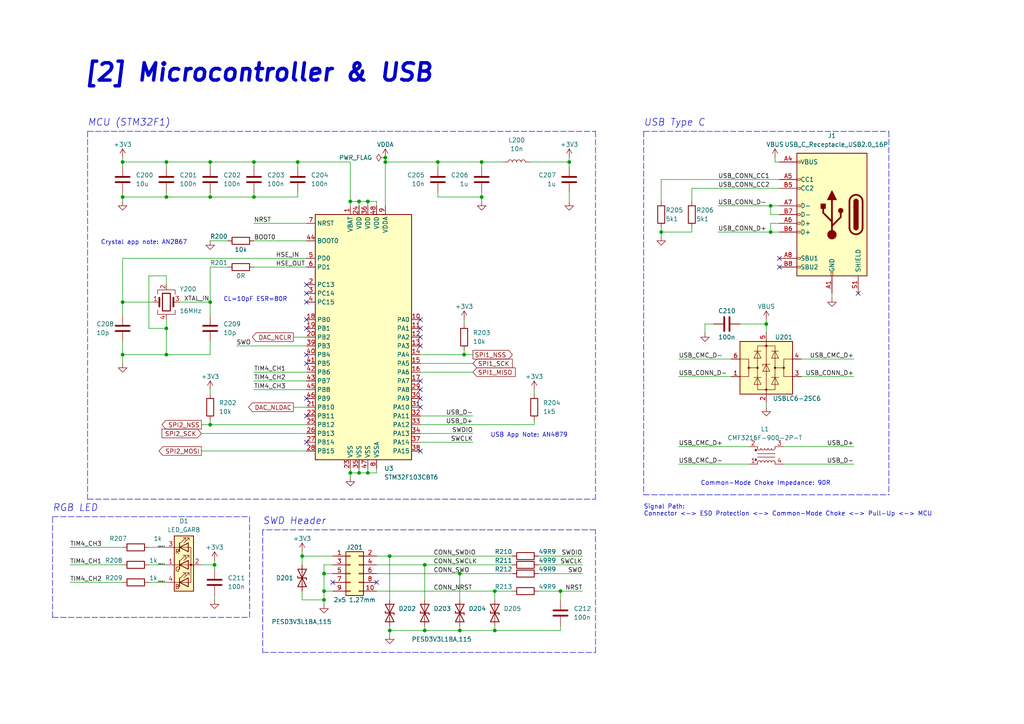
<source format=kicad_sch>
(kicad_sch (version 20230121) (generator eeschema)
  (paper "A4")
  (title_block (title "Proyecto Mixed Signal") (date "2025-01-13") (rev "1.0") (company "Felipe Santisteban") (comment 1 "Fedevel Hardware Course"))
  (lib_symbols
    (symbol "Connector:USB_C_Receptacle_USB2.0_16P" (pin_names (offset 1.016))
      (property "Reference" "J" (at 0 22.225 0))
      (property "Value" "USB_C_Receptacle_USB2.0_16P" (at 0 19.685 0))
      (symbol "USB_C_Receptacle_USB2.0_16P_0_0"
        (rectangle (start -0.254 -17.78) (end 0.254 -16.764))
        (rectangle (start 10.16 -14.986) (end 9.144 -15.494))
        (rectangle (start 10.16 -12.446) (end 9.144 -12.954))
        (rectangle (start 10.16 -4.826) (end 9.144 -5.334))
        (rectangle (start 10.16 -2.286) (end 9.144 -2.794))
        (rectangle (start 10.16 0.254) (end 9.144 -0.254))
        (rectangle (start 10.16 2.794) (end 9.144 2.286))
        (rectangle (start 10.16 7.874) (end 9.144 7.366))
        (rectangle (start 10.16 10.414) (end 9.144 9.906))
        (rectangle (start 10.16 15.494) (end 9.144 14.986))
      )
      (symbol "USB_C_Receptacle_USB2.0_16P_0_1"
        (rectangle (start -10.16 17.78) (end 10.16 -17.78) (stroke (width 0.254)) (fill (type background)))
        (arc (start -8.89 -3.81) (mid -6.985 -5.7067) (end -5.08 -3.81) (stroke (width 0.508)))
        (arc (start -7.62 -3.81) (mid -6.985 -4.4423) (end -6.35 -3.81) (stroke (width 0.254)))
        (arc (start -7.62 -3.81) (mid -6.985 -4.4423) (end -6.35 -3.81) (stroke (width 0.254)) (fill (type outline)))
        (rectangle (start -7.62 -3.81) (end -6.35 3.81) (stroke (width 0.254)) (fill (type outline)))
        (arc (start -6.35 3.81) (mid -6.985 4.4423) (end -7.62 3.81) (stroke (width 0.254)))
        (arc (start -6.35 3.81) (mid -6.985 4.4423) (end -7.62 3.81) (stroke (width 0.254)) (fill (type outline)))
        (arc (start -5.08 3.81) (mid -6.985 5.7067) (end -8.89 3.81) (stroke (width 0.508)))
        (circle (center -2.54 1.143) (radius 0.635) (stroke (width 0.254)) (fill (type outline)))
        (circle (center 0 -5.842) (radius 1.27) (fill (type outline)))
        (polyline (pts (xy -8.89 -3.81) (xy -8.89 3.81)) (stroke (width 0.508)))
        (polyline (pts (xy -5.08 3.81) (xy -5.08 -3.81)) (stroke (width 0.508)))
        (polyline (pts (xy 0 -5.842) (xy 0 4.318)) (stroke (width 0.508)))
        (polyline (pts (xy 0 -3.302) (xy -2.54 -0.762) (xy -2.54 0.508)) (stroke (width 0.508)))
        (polyline (pts (xy 0 -2.032) (xy 2.54 0.508) (xy 2.54 1.778)) (stroke (width 0.508)))
        (polyline (pts (xy -1.27 4.318) (xy 0 6.858) (xy 1.27 4.318) (xy -1.27 4.318)) (stroke (width 0.254)) (fill (type outline)))
        (rectangle (start 1.905 1.778) (end 3.175 3.048) (stroke (width 0.254)) (fill (type outline)))
      )
      (symbol "USB_C_Receptacle_USB2.0_16P_1_1"
        (pin passive line (at 0 -22.86 90) (length 5.08) (name "GND") (number "A1"))
        (pin passive line (at 0 -22.86 90) (length 5.08) hide (name "GND") (number "A12"))
        (pin passive line (at 15.24 15.24 180) (length 5.08) (name "VBUS") (number "A4"))
        (pin bidirectional line (at 15.24 10.16 180) (length 5.08) (name "CC1") (number "A5"))
        (pin bidirectional line (at 15.24 -2.54 180) (length 5.08) (name "D+") (number "A6"))
        (pin bidirectional line (at 15.24 2.54 180) (length 5.08) (name "D-") (number "A7"))
        (pin bidirectional line (at 15.24 -12.7 180) (length 5.08) (name "SBU1") (number "A8"))
        (pin passive line (at 15.24 15.24 180) (length 5.08) hide (name "VBUS") (number "A9"))
        (pin passive line (at 0 -22.86 90) (length 5.08) hide (name "GND") (number "B1"))
        (pin passive line (at 0 -22.86 90) (length 5.08) hide (name "GND") (number "B12"))
        (pin passive line (at 15.24 15.24 180) (length 5.08) hide (name "VBUS") (number "B4"))
        (pin bidirectional line (at 15.24 7.62 180) (length 5.08) (name "CC2") (number "B5"))
        (pin bidirectional line (at 15.24 -5.08 180) (length 5.08) (name "D+") (number "B6"))
        (pin bidirectional line (at 15.24 0 180) (length 5.08) (name "D-") (number "B7"))
        (pin bidirectional line (at 15.24 -15.24 180) (length 5.08) (name "SBU2") (number "B8"))
        (pin passive line (at 15.24 15.24 180) (length 5.08) hide (name "VBUS") (number "B9"))
        (pin passive line (at -7.62 -22.86 90) (length 5.08) (name "SHIELD") (number "S1"))
      )
    )
    (symbol "Connector_Generic:Conn_02x05_Odd_Even" (pin_names (offset 1.016) hide)
      (property "Reference" "J" (at 1.27 7.62 0))
      (property "Value" "Conn_02x05_Odd_Even" (at 1.27 -7.62 0))
      (symbol "Conn_02x05_Odd_Even_1_1"
        (rectangle (start -1.27 -4.953) (end 0 -5.207) (stroke (width 0.1524)))
        (rectangle (start -1.27 -2.413) (end 0 -2.667) (stroke (width 0.1524)))
        (rectangle (start -1.27 0.127) (end 0 -0.127) (stroke (width 0.1524)))
        (rectangle (start -1.27 2.667) (end 0 2.413) (stroke (width 0.1524)))
        (rectangle (start -1.27 5.207) (end 0 4.953) (stroke (width 0.1524)))
        (rectangle (start -1.27 6.35) (end 3.81 -6.35) (stroke (width 0.254)) (fill (type background)))
        (rectangle (start 3.81 -4.953) (end 2.54 -5.207) (stroke (width 0.1524)))
        (rectangle (start 3.81 -2.413) (end 2.54 -2.667) (stroke (width 0.1524)))
        (rectangle (start 3.81 0.127) (end 2.54 -0.127) (stroke (width 0.1524)))
        (rectangle (start 3.81 2.667) (end 2.54 2.413) (stroke (width 0.1524)))
        (rectangle (start 3.81 5.207) (end 2.54 4.953) (stroke (width 0.1524)))
        (pin passive line (at -5.08 5.08 0) (length 3.81) (name "Pin_1") (number "1"))
        (pin passive line (at 7.62 -5.08 180) (length 3.81) (name "Pin_10") (number "10"))
        (pin passive line (at 7.62 5.08 180) (length 3.81) (name "Pin_2") (number "2"))
        (pin passive line (at -5.08 2.54 0) (length 3.81) (name "Pin_3") (number "3"))
        (pin passive line (at 7.62 2.54 180) (length 3.81) (name "Pin_4") (number "4"))
        (pin passive line (at -5.08 0 0) (length 3.81) (name "Pin_5") (number "5"))
        (pin passive line (at 7.62 0 180) (length 3.81) (name "Pin_6") (number "6"))
        (pin passive line (at -5.08 -2.54 0) (length 3.81) (name "Pin_7") (number "7"))
        (pin passive line (at 7.62 -2.54 180) (length 3.81) (name "Pin_8") (number "8"))
        (pin passive line (at -5.08 -5.08 0) (length 3.81) (name "Pin_9") (number "9"))
      )
    )
    (symbol "Device:C" (pin_numbers hide) (pin_names (offset 0.254))
      (property "Reference" "C" (at 0.635 2.54 0))
      (property "Value" "C" (at 0.635 -2.54 0))
      (symbol "C_0_1"
        (polyline (pts (xy -2.032 -0.762) (xy 2.032 -0.762)) (stroke (width 0.508)))
        (polyline (pts (xy -2.032 0.762) (xy 2.032 0.762)) (stroke (width 0.508)))
      )
      (symbol "C_1_1"
        (pin passive line (at 0 3.81 270) (length 2.794) (name "~") (number "1"))
        (pin passive line (at 0 -3.81 90) (length 2.794) (name "~") (number "2"))
      )
    )
    (symbol "Device:Crystal_GND24" (pin_names (offset 1.016) hide)
      (property "Reference" "Y" (at 3.175 5.08 0))
      (property "Value" "Crystal_GND24" (at 3.175 3.175 0))
      (symbol "Crystal_GND24_0_1"
        (rectangle (start -1.143 2.54) (end 1.143 -2.54) (stroke (width 0.3048)))
        (polyline (pts (xy -2.54 0) (xy -2.032 0)))
        (polyline (pts (xy -2.032 -1.27) (xy -2.032 1.27)) (stroke (width 0.508)))
        (polyline (pts (xy 0 -3.81) (xy 0 -3.556)))
        (polyline (pts (xy 0 3.556) (xy 0 3.81)))
        (polyline (pts (xy 2.032 -1.27) (xy 2.032 1.27)) (stroke (width 0.508)))
        (polyline (pts (xy 2.032 0) (xy 2.54 0)))
        (polyline (pts (xy -2.54 -2.286) (xy -2.54 -3.556) (xy 2.54 -3.556) (xy 2.54 -2.286)))
        (polyline (pts (xy -2.54 2.286) (xy -2.54 3.556) (xy 2.54 3.556) (xy 2.54 2.286)))
      )
      (symbol "Crystal_GND24_1_1"
        (pin passive line (at -3.81 0 0) (length 1.27) (name "1") (number "1"))
        (pin passive line (at 0 5.08 270) (length 1.27) (name "2") (number "2"))
        (pin passive line (at 3.81 0 180) (length 1.27) (name "3") (number "3"))
        (pin passive line (at 0 -5.08 90) (length 1.27) (name "4") (number "4"))
      )
    )
    (symbol "Device:D_TVS" (pin_numbers hide) (pin_names (offset 1.016) hide)
      (property "Reference" "D" (at 0 2.54 0))
      (property "Value" "D_TVS" (at 0 -2.54 0))
      (symbol "D_TVS_0_1"
        (polyline (pts (xy 1.27 0) (xy -1.27 0)))
        (polyline (pts (xy 0.508 1.27) (xy 0 1.27) (xy 0 -1.27) (xy -0.508 -1.27)) (stroke (width 0.254)))
        (polyline (pts (xy -2.54 1.27) (xy -2.54 -1.27) (xy 2.54 1.27) (xy 2.54 -1.27) (xy -2.54 1.27)) (stroke (width 0.254)))
      )
      (symbol "D_TVS_1_1"
        (pin passive line (at -3.81 0 0) (length 2.54) (name "A1") (number "1"))
        (pin passive line (at 3.81 0 180) (length 2.54) (name "A2") (number "2"))
      )
    )
    (symbol "Device:L" (pin_numbers hide) (pin_names (offset 1.016) hide)
      (property "Reference" "L" (at -1.27 0 90))
      (property "Value" "L" (at 1.905 0 90))
      (symbol "L_0_1"
        (arc (start 0 -2.54) (mid 0.6323 -1.905) (end 0 -1.27))
        (arc (start 0 -1.27) (mid 0.6323 -0.635) (end 0 0))
        (arc (start 0 0) (mid 0.6323 0.635) (end 0 1.27))
        (arc (start 0 1.27) (mid 0.6323 1.905) (end 0 2.54))
      )
      (symbol "L_1_1"
        (pin passive line (at 0 3.81 270) (length 1.27) (name "1") (number "1"))
        (pin passive line (at 0 -3.81 90) (length 1.27) (name "2") (number "2"))
      )
    )
    (symbol "Device:LED_GARB" (pin_names (offset 0) hide)
      (property "Reference" "D" (at 0 9.398 0))
      (property "Value" "LED_GARB" (at 0 -8.89 0))
      (symbol "LED_GARB_0_0"
        (text "B" (at -1.905 -6.35 0) (effects (font (size 1.27 1.27))))
        (text "G" (at -1.905 -1.27 0) (effects (font (size 1.27 1.27))))
        (text "R" (at -1.905 3.81 0) (effects (font (size 1.27 1.27))))
      )
      (symbol "LED_GARB_0_1"
        (polyline (pts (xy -1.27 -5.08) (xy -2.54 -5.08)))
        (polyline (pts (xy -1.27 -5.08) (xy 1.27 -5.08)))
        (polyline (pts (xy -1.27 -3.81) (xy -1.27 -6.35)) (stroke (width 0.254)))
        (polyline (pts (xy -1.27 0) (xy -2.54 0)))
        (polyline (pts (xy -1.27 1.27) (xy -1.27 -1.27)) (stroke (width 0.254)))
        (polyline (pts (xy -1.27 5.08) (xy -2.54 5.08)))
        (polyline (pts (xy -1.27 5.08) (xy 1.27 5.08)))
        (polyline (pts (xy -1.27 6.35) (xy -1.27 3.81)) (stroke (width 0.254)))
        (polyline (pts (xy 1.27 0) (xy -1.27 0)))
        (polyline (pts (xy 1.27 0) (xy 2.54 0)))
        (polyline (pts (xy -1.27 1.27) (xy -1.27 -1.27) (xy -1.27 -1.27)))
        (polyline (pts (xy -1.27 6.35) (xy -1.27 3.81) (xy -1.27 3.81)))
        (polyline (pts (xy 1.27 -5.08) (xy 2.032 -5.08) (xy 2.032 5.08) (xy 1.27 5.08)))
        (polyline (pts (xy 1.27 -3.81) (xy 1.27 -6.35) (xy -1.27 -5.08) (xy 1.27 -3.81)) (stroke (width 0.254)))
        (polyline (pts (xy 1.27 1.27) (xy 1.27 -1.27) (xy -1.27 0) (xy 1.27 1.27)) (stroke (width 0.254)))
        (polyline (pts (xy 1.27 6.35) (xy 1.27 3.81) (xy -1.27 5.08) (xy 1.27 6.35)) (stroke (width 0.254)))
        (polyline (pts (xy -1.016 -3.81) (xy 0.508 -2.286) (xy -0.254 -2.286) (xy 0.508 -2.286) (xy 0.508 -3.048)))
        (polyline (pts (xy -1.016 1.27) (xy 0.508 2.794) (xy -0.254 2.794) (xy 0.508 2.794) (xy 0.508 2.032)))
        (polyline (pts (xy -1.016 6.35) (xy 0.508 7.874) (xy -0.254 7.874) (xy 0.508 7.874) (xy 0.508 7.112)))
        (polyline (pts (xy 0 -3.81) (xy 1.524 -2.286) (xy 0.762 -2.286) (xy 1.524 -2.286) (xy 1.524 -3.048)))
        (polyline (pts (xy 0 1.27) (xy 1.524 2.794) (xy 0.762 2.794) (xy 1.524 2.794) (xy 1.524 2.032)))
        (polyline (pts (xy 0 6.35) (xy 1.524 7.874) (xy 0.762 7.874) (xy 1.524 7.874) (xy 1.524 7.112)))
        (rectangle (start 1.27 -1.27) (end 1.27 1.27))
        (rectangle (start 1.27 1.27) (end 1.27 1.27))
        (rectangle (start 1.27 3.81) (end 1.27 6.35))
        (rectangle (start 1.27 6.35) (end 1.27 6.35))
        (circle (center 2.032 0) (radius 0.254) (fill (type outline)))
        (rectangle (start 2.794 8.382) (end -2.794 -7.62) (stroke (width 0.254)) (fill (type background)))
      )
      (symbol "LED_GARB_1_1"
        (pin passive line (at -5.08 0 0) (length 2.54) (name "GK") (number "1"))
        (pin passive line (at 5.08 0 180) (length 2.54) (name "A") (number "2"))
        (pin passive line (at -5.08 5.08 0) (length 2.54) (name "RK") (number "3"))
        (pin passive line (at -5.08 -5.08 0) (length 2.54) (name "BK") (number "4"))
      )
    )
    (symbol "Device:R" (pin_numbers hide) (pin_names (offset 0))
      (property "Reference" "R" (at 2.032 0 90))
      (property "Value" "R" (at 0 0 90))
      (symbol "R_0_1"
        (rectangle (start -1.016 -2.54) (end 1.016 2.54) (stroke (width 0.254)))
      )
      (symbol "R_1_1"
        (pin passive line (at 0 3.81 270) (length 1.27) (name "~") (number "1"))
        (pin passive line (at 0 -3.81 90) (length 1.27) (name "~") (number "2"))
      )
    )
    (symbol "Power_Protection:USBLC6-2SC6" (pin_names hide)
      (property "Reference" "U" (at 2.54 8.89 0))
      (property "Value" "USBLC6-2SC6" (at 2.54 -8.89 0))
      (symbol "USBLC6-2SC6_0_1"
        (rectangle (start -7.62 -7.62) (end 7.62 7.62) (stroke (width 0.254)) (fill (type background)))
        (circle (center -5.08 0) (radius 0.254) (fill (type outline)))
        (circle (center -2.54 0) (radius 0.254) (fill (type outline)))
        (rectangle (start -2.54 6.35) (end 2.54 -6.35))
        (circle (center 0 -6.35) (radius 0.254) (fill (type outline)))
        (polyline (pts (xy -5.08 -2.54) (xy -7.62 -2.54)))
        (polyline (pts (xy -5.08 0) (xy -5.08 -2.54)))
        (polyline (pts (xy -5.08 2.54) (xy -7.62 2.54)))
        (polyline (pts (xy -1.524 -2.794) (xy -3.556 -2.794)))
        (polyline (pts (xy -1.524 4.826) (xy -3.556 4.826)))
        (polyline (pts (xy 0 -7.62) (xy 0 -6.35)))
        (polyline (pts (xy 0 -6.35) (xy 0 1.27)))
        (polyline (pts (xy 0 1.27) (xy 0 6.35)))
        (polyline (pts (xy 0 6.35) (xy 0 7.62)))
        (polyline (pts (xy 1.524 -2.794) (xy 3.556 -2.794)))
        (polyline (pts (xy 1.524 4.826) (xy 3.556 4.826)))
        (polyline (pts (xy 5.08 -2.54) (xy 7.62 -2.54)))
        (polyline (pts (xy 5.08 0) (xy 5.08 -2.54)))
        (polyline (pts (xy 5.08 2.54) (xy 7.62 2.54)))
        (polyline (pts (xy -2.54 0) (xy -5.08 0) (xy -5.08 2.54)))
        (polyline (pts (xy 2.54 0) (xy 5.08 0) (xy 5.08 2.54)))
        (polyline (pts (xy -3.556 -4.826) (xy -1.524 -4.826) (xy -2.54 -2.794) (xy -3.556 -4.826)))
        (polyline (pts (xy -3.556 2.794) (xy -1.524 2.794) (xy -2.54 4.826) (xy -3.556 2.794)))
        (polyline (pts (xy -1.016 -1.016) (xy 1.016 -1.016) (xy 0 1.016) (xy -1.016 -1.016)))
        (polyline (pts (xy 1.016 1.016) (xy 0.762 1.016) (xy -1.016 1.016) (xy -1.016 0.508)))
        (polyline (pts (xy 3.556 -4.826) (xy 1.524 -4.826) (xy 2.54 -2.794) (xy 3.556 -4.826)))
        (polyline (pts (xy 3.556 2.794) (xy 1.524 2.794) (xy 2.54 4.826) (xy 3.556 2.794)))
        (circle (center 0 6.35) (radius 0.254) (fill (type outline)))
        (circle (center 2.54 0) (radius 0.254) (fill (type outline)))
        (circle (center 5.08 0) (radius 0.254) (fill (type outline)))
      )
      (symbol "USBLC6-2SC6_1_1"
        (pin passive line (at -10.16 -2.54 0) (length 2.54) (name "I/O1") (number "1"))
        (pin passive line (at 0 -10.16 90) (length 2.54) (name "GND") (number "2"))
        (pin passive line (at 10.16 -2.54 180) (length 2.54) (name "I/O2") (number "3"))
        (pin passive line (at 10.16 2.54 180) (length 2.54) (name "I/O2") (number "4"))
        (pin passive line (at 0 10.16 270) (length 2.54) (name "VBUS") (number "5"))
        (pin passive line (at -10.16 2.54 0) (length 2.54) (name "I/O1") (number "6"))
      )
    )
    (symbol "mis_simbolos:EMI_Filter_LL_1423" (pin_names hide)
      (property "Reference" "L201" (at 0 -5.08 0))
      (property "Value" "CMF3216F-900-2P-T" (at 0 5.08 0))
      (symbol "EMI_Filter_LL_1423_0_1"
        (circle (center -3.048 -1.27) (radius 0.254) (fill (type outline)))
        (circle (center -3.048 1.524) (radius 0.254) (fill (type outline)))
        (arc (start -2.54 2.032) (mid -2.032 1.5262) (end -1.524 2.032))
        (arc (start -1.524 -2.032) (mid -2.032 -1.5262) (end -2.54 -2.032))
        (arc (start -1.524 2.032) (mid -1.016 1.5262) (end -0.508 2.032))
        (arc (start -0.508 -2.032) (mid -1.016 -1.5262) (end -1.524 -2.032))
        (arc (start -0.508 2.032) (mid 0 1.5262) (end 0.508 2.032))
        (polyline (pts (xy -2.54 -2.032) (xy -2.54 -2.54)))
        (polyline (pts (xy -2.54 0.508) (xy 2.54 0.508)))
        (polyline (pts (xy -2.54 2.032) (xy -2.54 2.54)))
        (polyline (pts (xy 2.54 -2.032) (xy 2.54 -2.54)))
        (polyline (pts (xy 2.54 -0.508) (xy -2.54 -0.508)))
        (polyline (pts (xy 2.54 2.54) (xy 2.54 2.032)))
        (arc (start 0.508 -2.032) (mid 0 -1.5262) (end -0.508 -2.032))
        (arc (start 0.508 2.032) (mid 1.016 1.5262) (end 1.524 2.032))
        (arc (start 1.524 -2.032) (mid 1.016 -1.5262) (end 0.508 -2.032))
        (arc (start 1.524 2.032) (mid 2.032 1.5262) (end 2.54 2.032))
        (arc (start 2.54 -2.032) (mid 2.032 -1.5262) (end 1.524 -2.032))
      )
      (symbol "EMI_Filter_LL_1423_1_1"
        (pin passive line (at -5.08 -2.54 0) (length 2.54) (name "1") (number "1"))
        (pin passive line (at -5.08 2.54 0) (length 2.54) (name "2") (number "2"))
        (pin passive line (at 5.08 2.54 180) (length 2.54) (name "3") (number "3"))
        (pin passive line (at 5.08 -2.54 180) (length 2.54) (name "4") (number "4"))
      )
    )
    (symbol "mis_simbolos:STM32F103CBTx"
      (property "Reference" "U200" (at 10.16 36.83 0))
      (property "Value" "STM32F103CBT6" (at 12.7 -36.83 0))
      (symbol "STM32F103CBTx_0_1"
        (rectangle (start -15.24 -35.56) (end 12.7 35.56) (stroke (width 0.254)) (fill (type background)))
      )
      (symbol "STM32F103CBTx_1_1"
        (pin power_in line (at -5.08 38.1 270) (length 2.54) (name "VBAT") (number "1"))
        (pin bidirectional line (at 15.24 5.08 180) (length 2.54) (name "PA0") (number "10"))
        (pin bidirectional line (at 15.24 2.54 180) (length 2.54) (name "PA1") (number "11"))
        (pin bidirectional line (at 15.24 0 180) (length 2.54) (name "PA2") (number "12"))
        (pin bidirectional line (at 15.24 -2.54 180) (length 2.54) (name "PA3") (number "13"))
        (pin bidirectional line (at 15.24 -5.08 180) (length 2.54) (name "PA4") (number "14"))
        (pin bidirectional line (at 15.24 -7.62 180) (length 2.54) (name "PA5") (number "15"))
        (pin bidirectional line (at 15.24 -10.16 180) (length 2.54) (name "PA6") (number "16"))
        (pin bidirectional line (at 15.24 -12.7 180) (length 2.54) (name "PA7") (number "17"))
        (pin bidirectional line (at -17.78 5.08 0) (length 2.54) (name "PB0") (number "18"))
        (pin bidirectional line (at -17.78 2.54 0) (length 2.54) (name "PB1") (number "19"))
        (pin bidirectional line (at -17.78 15.24 0) (length 2.54) (name "PC13") (number "2"))
        (pin bidirectional line (at -17.78 0 0) (length 2.54) (name "PB2") (number "20"))
        (pin bidirectional line (at -17.78 -20.32 0) (length 2.54) (name "PB10") (number "21"))
        (pin bidirectional line (at -17.78 -22.86 0) (length 2.54) (name "PB11") (number "22"))
        (pin power_in line (at -5.08 -38.1 90) (length 2.54) (name "VSS") (number "23"))
        (pin power_in line (at -2.54 38.1 270) (length 2.54) (name "VDD") (number "24"))
        (pin bidirectional line (at -17.78 -25.4 0) (length 2.54) (name "PB12") (number "25"))
        (pin bidirectional line (at -17.78 -27.94 0) (length 2.54) (name "PB13") (number "26"))
        (pin bidirectional line (at -17.78 -30.48 0) (length 2.54) (name "PB14") (number "27"))
        (pin bidirectional line (at -17.78 -33.02 0) (length 2.54) (name "PB15") (number "28"))
        (pin bidirectional line (at 15.24 -15.24 180) (length 2.54) (name "PA8") (number "29"))
        (pin bidirectional line (at -17.78 12.7 0) (length 2.54) (name "PC14") (number "3"))
        (pin bidirectional line (at 15.24 -17.78 180) (length 2.54) (name "PA9") (number "30"))
        (pin bidirectional line (at 15.24 -20.32 180) (length 2.54) (name "PA10") (number "31"))
        (pin bidirectional line (at 15.24 -22.86 180) (length 2.54) (name "PA11") (number "32"))
        (pin bidirectional line (at 15.24 -25.4 180) (length 2.54) (name "PA12") (number "33"))
        (pin bidirectional line (at 15.24 -27.94 180) (length 2.54) (name "PA13") (number "34"))
        (pin power_in line (at -2.54 -38.1 90) (length 2.54) (name "VSS") (number "35"))
        (pin power_in line (at 0 38.1 270) (length 2.54) (name "VDD") (number "36"))
        (pin bidirectional line (at 15.24 -30.48 180) (length 2.54) (name "PA14") (number "37"))
        (pin bidirectional line (at 15.24 -33.02 180) (length 2.54) (name "PA15") (number "38"))
        (pin bidirectional line (at -17.78 -2.54 0) (length 2.54) (name "PB3") (number "39"))
        (pin bidirectional line (at -17.78 10.16 0) (length 2.54) (name "PC15") (number "4"))
        (pin bidirectional line (at -17.78 -5.08 0) (length 2.54) (name "PB4") (number "40"))
        (pin bidirectional line (at -17.78 -7.62 0) (length 2.54) (name "PB5") (number "41"))
        (pin bidirectional line (at -17.78 -10.16 0) (length 2.54) (name "PB6") (number "42"))
        (pin bidirectional line (at -17.78 -12.7 0) (length 2.54) (name "PB7") (number "43"))
        (pin input line (at -17.78 27.94 0) (length 2.54) (name "BOOT0") (number "44"))
        (pin bidirectional line (at -17.78 -15.24 0) (length 2.54) (name "PB8") (number "45"))
        (pin bidirectional line (at -17.78 -17.78 0) (length 2.54) (name "PB9") (number "46"))
        (pin power_in line (at 0 -38.1 90) (length 2.54) (name "VSS") (number "47"))
        (pin power_in line (at 2.54 38.1 270) (length 2.54) (name "VDD") (number "48"))
        (pin input line (at -17.78 22.86 0) (length 2.54) (name "PD0") (number "5"))
        (pin input line (at -17.78 20.32 0) (length 2.54) (name "PD1") (number "6"))
        (pin input line (at -17.78 33.02 0) (length 2.54) (name "NRST") (number "7"))
        (pin power_in line (at 2.54 -38.1 90) (length 2.54) (name "VSSA") (number "8"))
        (pin power_in line (at 5.08 38.1 270) (length 2.54) (name "VDDA") (number "9"))
      )
    )
    (symbol "power:+3V3" (power) (pin_names (offset 0))
      (property "Value" "+3V3" (at 0 3.556 0))
      (symbol "+3V3_0_1"
        (polyline (pts (xy -0.762 1.27) (xy 0 2.54)))
        (polyline (pts (xy 0 0) (xy 0 2.54)))
        (polyline (pts (xy 0 2.54) (xy 0.762 1.27)))
      )
      (symbol "+3V3_1_1"
        (pin power_in line (at 0 0 90) (length 0) hide (name "+3V3") (number "1"))
      )
    )
    (symbol "power:GND" (power) (pin_names (offset 0))
      (property "Value" "GND" (at 0 -3.81 0))
      (symbol "GND_0_1"
        (polyline (pts (xy 0 0) (xy 0 -1.27) (xy 1.27 -1.27) (xy 0 -2.54) (xy -1.27 -1.27) (xy 0 -1.27)))
      )
      (symbol "GND_1_1"
        (pin power_in line (at 0 0 270) (length 0) hide (name "GND") (number "1"))
      )
    )
    (symbol "power:PWR_FLAG" (power) (pin_numbers hide) (pin_names (offset 0) hide)
      (property "Value" "PWR_FLAG" (at 0 3.81 0))
      (symbol "PWR_FLAG_0_0"
        (pin power_out line (at 0 0 90) (length 0) (name "pwr") (number "1"))
      )
      (symbol "PWR_FLAG_0_1"
        (polyline (pts (xy 0 0) (xy 0 1.27) (xy -1.016 1.905) (xy 0 2.54) (xy 1.016 1.905) (xy 0 1.27)))
      )
    )
    (symbol "power:VBUS" (power) (pin_names (offset 0))
      (property "Value" "VBUS" (at 0 3.81 0))
      (symbol "VBUS_0_1"
        (polyline (pts (xy -0.762 1.27) (xy 0 2.54)))
        (polyline (pts (xy 0 0) (xy 0 2.54)))
        (polyline (pts (xy 0 2.54) (xy 0.762 1.27)))
      )
      (symbol "VBUS_1_1"
        (pin power_in line (at 0 0 90) (length 0) hide (name "VBUS") (number "1"))
      )
    )
    (symbol "power:VDDA" (power) (pin_names (offset 0))
      (property "Value" "VDDA" (at 0 3.81 0))
      (symbol "VDDA_0_1"
        (polyline (pts (xy -0.762 1.27) (xy 0 2.54)))
        (polyline (pts (xy 0 0) (xy 0 2.54)))
        (polyline (pts (xy 0 2.54) (xy 0.762 1.27)))
      )
      (symbol "VDDA_1_1"
        (pin power_in line (at 0 0 90) (length 0) hide (name "VDDA") (number "1"))
      )
    )
  )
  (junction (at 48.26 46.99))
  (junction (at 48.26 57.15))
  (junction (at 139.7 46.99))
  (junction (at 139.7 57.15))
  (junction (at 35.56 102.87))
  (junction (at 165.1 46.99))
  (junction (at 133.35 166.37))
  (junction (at 143.51 182.88))
  (junction (at 191.77 67.31))
  (junction (at 123.19 182.88))
  (junction (at 143.51 171.45))
  (junction (at 223.52 67.31))
  (junction (at 93.98 171.45))
  (junction (at 62.23 163.83))
  (junction (at 35.56 87.63))
  (junction (at 48.26 95.25))
  (junction (at 101.6 58.42))
  (junction (at 87.63 161.29))
  (junction (at 104.14 58.42))
  (junction (at 86.36 46.99))
  (junction (at 60.96 87.63))
  (junction (at 60.96 46.99))
  (junction (at 35.56 46.99))
  (junction (at 222.25 93.98))
  (junction (at 35.56 57.15))
  (junction (at 127 46.99))
  (junction (at 123.19 163.83))
  (junction (at 48.26 102.87))
  (junction (at 73.66 46.99))
  (junction (at 223.52 59.69))
  (junction (at 73.66 57.15))
  (junction (at 113.03 182.88))
  (junction (at 111.76 46.99))
  (junction (at 104.14 137.16))
  (junction (at 133.35 182.88))
  (junction (at 60.96 123.19))
  (junction (at 111.76 45.72))
  (junction (at 101.6 137.16))
  (junction (at 162.56 171.45))
  (junction (at 106.68 137.16))
  (junction (at 134.62 102.87))
  (junction (at 113.03 161.29))
  (junction (at 106.68 58.42))
  (junction (at 93.98 173.99))
  (junction (at 60.96 57.15))
  (junction (at 93.98 166.37))
  (no_connect (at 88.9 95.25))
  (no_connect (at 88.9 92.71))
  (no_connect (at 109.22 168.91))
  (no_connect (at 248.92 85.09))
  (no_connect (at 121.92 115.57))
  (no_connect (at 88.9 82.55))
  (no_connect (at 121.92 118.11))
  (no_connect (at 121.92 97.79))
  (no_connect (at 121.92 130.81))
  (no_connect (at 121.92 113.03))
  (no_connect (at 88.9 120.65))
  (no_connect (at 121.92 92.71))
  (no_connect (at 226.06 77.47))
  (no_connect (at 88.9 102.87))
  (no_connect (at 121.92 100.33))
  (no_connect (at 88.9 105.41))
  (no_connect (at 121.92 110.49))
  (no_connect (at 121.92 95.25))
  (no_connect (at 88.9 128.27))
  (no_connect (at 88.9 85.09))
  (no_connect (at 96.52 168.91))
  (no_connect (at 88.9 87.63))
  (no_connect (at 88.9 115.57))
  (no_connect (at 226.06 74.93))
  (wire (pts (xy 222.25 93.98) (xy 222.25 92.71)))
  (polyline (pts (xy 72.39 149.86) (xy 72.39 179.07)) (stroke (width 0) (type dash)))
  (wire (pts (xy 86.36 57.15) (xy 86.36 55.88)))
  (wire (pts (xy 35.56 74.93) (xy 88.9 74.93)))
  (wire (pts (xy 93.98 173.99) (xy 87.63 173.99)))
  (wire (pts (xy 208.28 59.69) (xy 223.52 59.69)))
  (wire (pts (xy 222.25 118.11) (xy 222.25 116.84)))
  (wire (pts (xy 73.66 57.15) (xy 86.36 57.15)))
  (wire (pts (xy 162.56 181.61) (xy 162.56 182.88)))
  (wire (pts (xy 247.65 109.22) (xy 232.41 109.22)))
  (wire (pts (xy 62.23 163.83) (xy 62.23 165.1)))
  (wire (pts (xy 191.77 68.58) (xy 191.77 67.31)))
  (wire (pts (xy 127 46.99) (xy 111.76 46.99)))
  (wire (pts (xy 104.14 58.42) (xy 106.68 58.42)))
  (wire (pts (xy 204.47 93.98) (xy 207.01 93.98)))
  (wire (pts (xy 143.51 182.88) (xy 143.51 181.61)))
  (wire (pts (xy 62.23 173.99) (xy 62.23 172.72)))
  (wire (pts (xy 139.7 48.26) (xy 139.7 46.99)))
  (wire (pts (xy 48.26 46.99) (xy 35.56 46.99)))
  (wire (pts (xy 133.35 182.88) (xy 143.51 182.88)))
  (wire (pts (xy 224.79 45.72) (xy 224.79 46.99)))
  (wire (pts (xy 60.96 48.26) (xy 60.96 46.99)))
  (wire (pts (xy 48.26 95.25) (xy 48.26 102.87)))
  (wire (pts (xy 191.77 52.07) (xy 226.06 52.07)))
  (wire (pts (xy 73.66 55.88) (xy 73.66 57.15)))
  (wire (pts (xy 200.66 67.31) (xy 200.66 66.04)))
  (wire (pts (xy 162.56 171.45) (xy 168.91 171.45)))
  (wire (pts (xy 87.63 160.02) (xy 87.63 161.29)))
  (wire (pts (xy 43.18 80.01) (xy 43.18 95.25)))
  (wire (pts (xy 139.7 55.88) (xy 139.7 57.15)))
  (wire (pts (xy 191.77 67.31) (xy 191.77 66.04)))
  (polyline (pts (xy 186.69 38.1) (xy 186.69 143.51)) (stroke (width 0) (type dash)))
  (wire (pts (xy 123.19 173.99) (xy 123.19 163.83)))
  (wire (pts (xy 196.85 109.22) (xy 212.09 109.22)))
  (wire (pts (xy 48.26 80.01) (xy 43.18 80.01)))
  (wire (pts (xy 96.52 171.45) (xy 93.98 171.45)))
  (polyline (pts (xy 172.72 153.67) (xy 76.2 153.67)) (stroke (width 0) (type dash)))
  (wire (pts (xy 196.85 134.62) (xy 217.17 134.62)))
  (wire (pts (xy 156.21 163.83) (xy 168.91 163.83)))
  (wire (pts (xy 48.26 57.15) (xy 60.96 57.15)))
  (polyline (pts (xy 186.69 143.51) (xy 257.81 143.51)) (stroke (width 0) (type dash)))
  (wire (pts (xy 35.56 168.91) (xy 20.32 168.91)))
  (wire (pts (xy 113.03 173.99) (xy 113.03 161.29)))
  (wire (pts (xy 223.52 67.31) (xy 208.28 67.31)))
  (wire (pts (xy 35.56 102.87) (xy 35.56 99.06)))
  (wire (pts (xy 60.96 121.92) (xy 60.96 123.19)))
  (wire (pts (xy 60.96 102.87) (xy 60.96 99.06)))
  (wire (pts (xy 165.1 45.72) (xy 165.1 46.99)))
  (wire (pts (xy 113.03 184.15) (xy 113.03 182.88)))
  (wire (pts (xy 137.16 125.73) (xy 121.92 125.73)))
  (polyline (pts (xy 172.72 189.23) (xy 172.72 153.67)) (stroke (width 0) (type dash)))
  (wire (pts (xy 60.96 57.15) (xy 73.66 57.15)))
  (wire (pts (xy 121.92 107.95) (xy 137.16 107.95)))
  (wire (pts (xy 196.85 104.14) (xy 212.09 104.14)))
  (wire (pts (xy 162.56 173.99) (xy 162.56 171.45)))
  (polyline (pts (xy 76.2 153.67) (xy 76.2 189.23)) (stroke (width 0) (type dash)))
  (wire (pts (xy 214.63 93.98) (xy 222.25 93.98)))
  (wire (pts (xy 35.56 46.99) (xy 35.56 48.26)))
  (wire (pts (xy 48.26 163.83) (xy 43.18 163.83)))
  (wire (pts (xy 154.94 123.19) (xy 154.94 121.92)))
  (wire (pts (xy 247.65 134.62) (xy 227.33 134.62)))
  (wire (pts (xy 35.56 158.75) (xy 20.32 158.75)))
  (wire (pts (xy 109.22 161.29) (xy 113.03 161.29)))
  (polyline (pts (xy 186.69 38.1) (xy 257.81 38.1)) (stroke (width 0) (type dash)))
  (wire (pts (xy 247.65 104.14) (xy 232.41 104.14)))
  (wire (pts (xy 121.92 120.65) (xy 137.16 120.65)))
  (wire (pts (xy 73.66 110.49) (xy 88.9 110.49)))
  (wire (pts (xy 58.42 130.81) (xy 88.9 130.81)))
  (wire (pts (xy 109.22 163.83) (xy 123.19 163.83)))
  (wire (pts (xy 223.52 59.69) (xy 226.06 59.69)))
  (wire (pts (xy 154.94 123.19) (xy 121.92 123.19)))
  (wire (pts (xy 48.26 92.71) (xy 48.26 95.25)))
  (wire (pts (xy 109.22 166.37) (xy 133.35 166.37)))
  (polyline (pts (xy 172.72 38.1) (xy 172.72 144.78)) (stroke (width 0) (type dash)))
  (polyline (pts (xy 15.24 149.86) (xy 72.39 149.86)) (stroke (width 0) (type dash)))
  (wire (pts (xy 247.65 129.54) (xy 227.33 129.54)))
  (wire (pts (xy 86.36 48.26) (xy 86.36 46.99)))
  (wire (pts (xy 113.03 161.29) (xy 148.59 161.29)))
  (wire (pts (xy 123.19 181.61) (xy 123.19 182.88)))
  (wire (pts (xy 165.1 55.88) (xy 165.1 58.42)))
  (wire (pts (xy 143.51 173.99) (xy 143.51 171.45)))
  (wire (pts (xy 43.18 95.25) (xy 48.26 95.25)))
  (wire (pts (xy 226.06 64.77) (xy 223.52 64.77)))
  (wire (pts (xy 133.35 181.61) (xy 133.35 182.88)))
  (wire (pts (xy 35.56 58.42) (xy 35.56 57.15)))
  (polyline (pts (xy 25.4 144.78) (xy 172.72 144.78)) (stroke (width 0) (type dash)))
  (polyline (pts (xy 257.81 38.1) (xy 257.81 143.51)) (stroke (width 0) (type dash)))
  (wire (pts (xy 168.91 161.29) (xy 156.21 161.29)))
  (wire (pts (xy 60.96 46.99) (xy 48.26 46.99)))
  (wire (pts (xy 60.96 123.19) (xy 88.9 123.19)))
  (wire (pts (xy 154.94 113.03) (xy 154.94 114.3)))
  (wire (pts (xy 35.56 102.87) (xy 48.26 102.87)))
  (wire (pts (xy 101.6 58.42) (xy 104.14 58.42)))
  (wire (pts (xy 123.19 182.88) (xy 133.35 182.88)))
  (wire (pts (xy 86.36 46.99) (xy 73.66 46.99)))
  (wire (pts (xy 224.79 46.99) (xy 226.06 46.99)))
  (wire (pts (xy 200.66 58.42) (xy 200.66 54.61)))
  (wire (pts (xy 58.42 123.19) (xy 60.96 123.19)))
  (wire (pts (xy 35.56 105.41) (xy 35.56 102.87)))
  (wire (pts (xy 127 48.26) (xy 127 46.99)))
  (wire (pts (xy 35.56 87.63) (xy 44.45 87.63)))
  (wire (pts (xy 43.18 168.91) (xy 48.26 168.91)))
  (wire (pts (xy 146.05 46.99) (xy 139.7 46.99)))
  (wire (pts (xy 127 46.99) (xy 139.7 46.99)))
  (wire (pts (xy 106.68 58.42) (xy 109.22 58.42)))
  (wire (pts (xy 204.47 96.52) (xy 204.47 93.98)))
  (wire (pts (xy 134.62 101.6) (xy 134.62 102.87)))
  (wire (pts (xy 104.14 59.69) (xy 104.14 58.42)))
  (wire (pts (xy 35.56 46.99) (xy 35.56 45.72)))
  (wire (pts (xy 153.67 46.99) (xy 165.1 46.99)))
  (wire (pts (xy 101.6 46.99) (xy 101.6 58.42)))
  (wire (pts (xy 241.3 86.36) (xy 241.3 85.09)))
  (wire (pts (xy 223.52 62.23) (xy 223.52 59.69)))
  (wire (pts (xy 133.35 166.37) (xy 148.59 166.37)))
  (wire (pts (xy 93.98 166.37) (xy 93.98 163.83)))
  (wire (pts (xy 123.19 163.83) (xy 148.59 163.83)))
  (wire (pts (xy 48.26 55.88) (xy 48.26 57.15)))
  (wire (pts (xy 60.96 91.44) (xy 60.96 87.63)))
  (wire (pts (xy 48.26 102.87) (xy 60.96 102.87)))
  (wire (pts (xy 104.14 137.16) (xy 106.68 137.16)))
  (wire (pts (xy 101.6 138.43) (xy 101.6 137.16)))
  (wire (pts (xy 88.9 113.03) (xy 73.66 113.03)))
  (polyline (pts (xy 15.24 179.07) (xy 15.24 149.86)) (stroke (width 0) (type dash)))
  (wire (pts (xy 223.52 67.31) (xy 226.06 67.31)))
  (polyline (pts (xy 25.4 38.1) (xy 172.72 38.1)) (stroke (width 0) (type dash)))
  (wire (pts (xy 127 57.15) (xy 127 55.88)))
  (wire (pts (xy 35.56 57.15) (xy 48.26 57.15)))
  (wire (pts (xy 101.6 137.16) (xy 101.6 135.89)))
  (wire (pts (xy 191.77 58.42) (xy 191.77 52.07)))
  (wire (pts (xy 85.09 97.79) (xy 88.9 97.79)))
  (wire (pts (xy 109.22 137.16) (xy 109.22 135.89)))
  (wire (pts (xy 85.09 118.11) (xy 88.9 118.11)))
  (wire (pts (xy 156.21 171.45) (xy 162.56 171.45)))
  (wire (pts (xy 109.22 171.45) (xy 143.51 171.45)))
  (wire (pts (xy 226.06 62.23) (xy 223.52 62.23)))
  (wire (pts (xy 43.18 158.75) (xy 48.26 158.75)))
  (wire (pts (xy 60.96 87.63) (xy 52.07 87.63)))
  (wire (pts (xy 106.68 137.16) (xy 109.22 137.16)))
  (wire (pts (xy 73.66 48.26) (xy 73.66 46.99)))
  (polyline (pts (xy 25.4 38.1) (xy 25.4 144.78)) (stroke (width 0) (type dash)))
  (wire (pts (xy 58.42 163.83) (xy 62.23 163.83)))
  (wire (pts (xy 104.14 135.89) (xy 104.14 137.16)))
  (wire (pts (xy 73.66 64.77) (xy 88.9 64.77)))
  (wire (pts (xy 101.6 137.16) (xy 104.14 137.16)))
  (wire (pts (xy 106.68 59.69) (xy 106.68 58.42)))
  (polyline (pts (xy 15.24 179.07) (xy 72.39 179.07)) (stroke (width 0) (type dash)))
  (wire (pts (xy 87.63 173.99) (xy 87.63 171.45)))
  (wire (pts (xy 121.92 102.87) (xy 134.62 102.87)))
  (wire (pts (xy 66.04 77.47) (xy 60.96 77.47)))
  (wire (pts (xy 48.26 82.55) (xy 48.26 80.01)))
  (wire (pts (xy 137.16 128.27) (xy 121.92 128.27)))
  (wire (pts (xy 133.35 173.99) (xy 133.35 166.37)))
  (wire (pts (xy 93.98 173.99) (xy 93.98 175.26)))
  (wire (pts (xy 113.03 182.88) (xy 123.19 182.88)))
  (wire (pts (xy 191.77 67.31) (xy 200.66 67.31)))
  (wire (pts (xy 35.56 74.93) (xy 35.56 87.63)))
  (wire (pts (xy 73.66 77.47) (xy 88.9 77.47)))
  (wire (pts (xy 165.1 46.99) (xy 165.1 48.26)))
  (wire (pts (xy 93.98 171.45) (xy 93.98 173.99)))
  (wire (pts (xy 143.51 182.88) (xy 162.56 182.88)))
  (wire (pts (xy 96.52 161.29) (xy 87.63 161.29)))
  (wire (pts (xy 60.96 113.03) (xy 60.96 114.3)))
  (wire (pts (xy 109.22 59.69) (xy 109.22 58.42)))
  (wire (pts (xy 113.03 182.88) (xy 113.03 181.61)))
  (wire (pts (xy 87.63 161.29) (xy 87.63 163.83)))
  (wire (pts (xy 222.25 93.98) (xy 222.25 96.52)))
  (wire (pts (xy 58.42 125.73) (xy 88.9 125.73)))
  (wire (pts (xy 62.23 163.83) (xy 62.23 162.56)))
  (wire (pts (xy 200.66 54.61) (xy 226.06 54.61)))
  (wire (pts (xy 121.92 105.41) (xy 137.16 105.41)))
  (wire (pts (xy 60.96 77.47) (xy 60.96 87.63)))
  (wire (pts (xy 68.58 100.33) (xy 88.9 100.33)))
  (wire (pts (xy 48.26 48.26) (xy 48.26 46.99)))
  (wire (pts (xy 20.32 163.83) (xy 35.56 163.83)))
  (wire (pts (xy 101.6 58.42) (xy 101.6 59.69)))
  (wire (pts (xy 106.68 135.89) (xy 106.68 137.16)))
  (wire (pts (xy 60.96 69.85) (xy 66.04 69.85)))
  (wire (pts (xy 35.56 91.44) (xy 35.56 87.63)))
  (wire (pts (xy 96.52 166.37) (xy 93.98 166.37)))
  (wire (pts (xy 73.66 69.85) (xy 88.9 69.85)))
  (wire (pts (xy 60.96 55.88) (xy 60.96 57.15)))
  (wire (pts (xy 111.76 45.72) (xy 111.76 46.99)))
  (wire (pts (xy 86.36 46.99) (xy 101.6 46.99)))
  (wire (pts (xy 223.52 64.77) (xy 223.52 67.31)))
  (wire (pts (xy 111.76 46.99) (xy 111.76 59.69)))
  (wire (pts (xy 168.91 166.37) (xy 156.21 166.37)))
  (wire (pts (xy 88.9 107.95) (xy 73.66 107.95)))
  (wire (pts (xy 93.98 171.45) (xy 93.98 166.37)))
  (wire (pts (xy 143.51 171.45) (xy 148.59 171.45)))
  (wire (pts (xy 35.56 57.15) (xy 35.56 55.88)))
  (wire (pts (xy 139.7 58.42) (xy 139.7 57.15)))
  (wire (pts (xy 73.66 46.99) (xy 60.96 46.99)))
  (wire (pts (xy 196.85 129.54) (xy 217.17 129.54)))
  (wire (pts (xy 134.62 92.71) (xy 134.62 93.98)))
  (wire (pts (xy 134.62 102.87) (xy 137.16 102.87)))
  (polyline (pts (xy 76.2 189.23) (xy 172.72 189.23)) (stroke (width 0) (type dash)))
  (wire (pts (xy 93.98 163.83) (xy 96.52 163.83)))
  (wire (pts (xy 139.7 57.15) (xy 127 57.15)))
  (text "Signal Path:\nConnector <-> ESD Protection <-> Common-Mode Choke <-> Pull-Up <-> MCU\n" (at 186.69 149.86 0) (effects (font (size 1.27 1.27)) (justify left bottom)))
  (text "RGB LED" (at 15.24 148.59 0) (effects (font (size 2.0066 2.0066) italic) (justify left bottom)))
  (text "Crystal app note: AN2867" (at 29.21 71.12 0) (effects (font (size 1.27 1.27)) (justify left bottom)))
  (text "SWD Header" (at 76.2 152.4 0) (effects (font (size 2.0066 2.0066) italic) (justify left bottom)))
  (text "USB App Note: AN4879" (at 142.24 127 0) (effects (font (size 1.27 1.27)) (justify left bottom)))
  (text "Common-Mode Choke Impedance: 90R" (at 203.2 140.97 0) (effects (font (size 1.27 1.27)) (justify left bottom)))
  (text "[2] Microcontroller & USB" (at 24.13 24.13 0) (effects (font (size 5.0038 5.0038) (thickness 1.0008) bold italic) (justify left bottom)))
  (text "CL=10pF ESR=80R" (at 64.77 87.63 0) (effects (font (size 1.27 1.27)) (justify left bottom)))
  (text "MCU (STM32F1)" (at 25.4 36.83 0) (effects (font (size 2.0066 2.0066) italic) (justify left bottom)))
  (text "USB Type C" (at 186.69 36.83 0) (effects (font (size 2.0066 2.0066) italic) (justify left bottom)))
  (label "USB_CONN_CC1" (at 208.28 52.07 0))
  (label "TIM4_CH2" (at 20.32 168.91 0))
  (label "HSE_IN" (at 80.01 74.93 0))
  (label "USB_D-" (at 247.65 134.62 180))
  (label "SWDIO" (at 137.16 125.73 180))
  (label "USB_CONN_D-" (at 196.85 109.22 0))
  (label "SWCLK" (at 137.16 128.27 180))
  (label "BOOT0" (at 73.66 69.85 0))
  (label "USB_D+" (at 137.16 123.19 180))
  (label "USB_CONN_CC2" (at 208.28 54.61 0))
  (label "USB_CMC_D-" (at 196.85 104.14 0))
  (label "SWCLK" (at 168.91 163.83 180))
  (label "TIM4_CH2" (at 73.66 110.49 0))
  (label "USB_D-" (at 137.16 120.65 180))
  (label "TIM4_CH1" (at 73.66 107.95 0))
  (label "USB_CONN_D+" (at 208.28 67.31 0))
  (label "TIM4_CH3" (at 20.32 158.75 0))
  (label "TIM4_CH1" (at 20.32 163.83 0))
  (label "CONN_NRST" (at 125.73 171.45 0))
  (label "XTAL_IN" (at 53.34 87.63 0))
  (label "USB_CMC_D-" (at 196.85 134.62 0))
  (label "USB_CONN_D-" (at 208.28 59.69 0))
  (label "HSE_OUT" (at 80.01 77.47 0))
  (label "SWDIO" (at 168.91 161.29 180))
  (label "USB_D+" (at 247.65 129.54 180))
  (label "SWO" (at 68.58 100.33 0))
  (label "CONN_SWCLK" (at 125.73 163.83 0))
  (label "NRST" (at 73.66 64.77 0))
  (label "USB_CMC_D+" (at 247.65 104.14 180))
  (label "LED_B_K" (at 45.72 168.91 0) (effects (font (size 0.3302 0.3302))))
  (label "USB_CONN_D+" (at 247.65 109.22 180))
  (label "TIM4_CH3" (at 73.66 113.03 0))
  (label "USB_CMC_D+" (at 196.85 129.54 0))
  (label "SWO" (at 168.91 166.37 180))
  (label "LED_R_K" (at 45.72 158.75 0) (effects (font (size 0.3302 0.3302))))
  (label "CONN_SWO" (at 125.73 166.37 0))
  (label "LED_G_K" (at 45.72 163.83 0) (effects (font (size 0.3302 0.3302))))
  (label "NRST" (at 168.91 171.45 180))
  (label "CONN_SWDIO" (at 125.73 161.29 0))
  (global_label "SPI1_NSS" (shape output) (at 137.16 102.87 0) (property "Intersheetrefs" "${INTERSHEET_REFS}" (effects hide)))
  (global_label "SPI2_NSS" (shape output) (at 58.42 123.19 180) (property "Intersheetrefs" "${INTERSHEET_REFS}" (effects hide)))
  (global_label "SPI1_MISO" (shape input) (at 137.16 107.95 0) (property "Intersheetrefs" "${INTERSHEET_REFS}" (effects hide)))
  (global_label "DAC_NCLR" (shape output) (at 85.09 97.79 180) (property "Intersheetrefs" "${INTERSHEET_REFS}" (effects hide)))
  (global_label "SPI1_SCK" (shape input) (at 137.16 105.41 0) (property "Intersheetrefs" "${INTERSHEET_REFS}" (effects hide)))
  (global_label "SPI2_MOSI" (shape output) (at 58.42 130.81 180) (property "Intersheetrefs" "${INTERSHEET_REFS}" (effects hide)))
  (global_label "DAC_NLDAC" (shape output) (at 85.09 118.11 180) (property "Intersheetrefs" "${INTERSHEET_REFS}" (effects hide)))
  (global_label "SPI2_SCK" (shape input) (at 58.42 125.73 180) (property "Intersheetrefs" "${INTERSHEET_REFS}" (effects hide)))
  (symbol (lib_id "power:+3V3") (at 35.56 45.72 0) (unit 1)
    (property "Reference" "#PWR017" (effects hide))
    (property "Value" "+3V3" (at 35.56 41.91 0))
  )
  (symbol (lib_id "Device:Crystal_GND24") (at 48.26 87.63 0) (unit 1)
    (property "Reference" "Y200" (at 52.07 83.82 0) (effects (justify left)))
    (property "Value" "16MHz" (at 52.07 90.17 0) (effects (justify left)))
    (property "Footprint" "Crystal:Crystal_SMD_3225-4Pin_3.2x2.5mm" (effects hide))
  )
  (symbol (lib_id "Device:R") (at 69.85 77.47 270) (unit 1)
    (property "Reference" "R201" (at 63.5 76.2 90))
    (property "Value" "0R" (at 69.85 80.01 90))
    (property "Footprint" "Resistor_SMD:R_0402_1005Metric" (effects hide))
  )
  (symbol (lib_id "Device:C") (at 60.96 95.25 0) (unit 1)
    (property "Reference" "C209" (at 64.77 93.98 0) (effects (justify left)))
    (property "Value" "10p" (at 64.77 96.52 0) (effects (justify left)))
    (property "Footprint" "Capacitor_SMD:C_0402_1005Metric" (effects hide))
  )
  (symbol (lib_id "Device:C") (at 35.56 95.25 0) (unit 1)
    (property "Reference" "C208" (at 27.94 93.98 0) (effects (justify left)))
    (property "Value" "10p" (at 27.94 96.52 0) (effects (justify left)))
    (property "Footprint" "Capacitor_SMD:C_0402_1005Metric" (effects hide))
  )
  (symbol (lib_id "power:GND") (at 35.56 105.41 0) (unit 1)
    (property "Reference" "#PWR030" (effects hide))
    (property "Value" "GND" (effects hide))
  )
  (symbol (lib_id "Device:C") (at 86.36 52.07 0) (unit 1)
    (property "Reference" "C204" (at 90.17 50.8 0) (effects (justify left)))
    (property "Value" "100n" (at 90.17 53.34 0) (effects (justify left)))
    (property "Footprint" "Capacitor_SMD:C_0402_1005Metric" (effects hide))
  )
  (symbol (lib_id "power:GND") (at 35.56 58.42 0) (unit 1)
    (property "Reference" "#PWR021" (effects hide))
    (property "Value" "GND" (effects hide))
  )
  (symbol (lib_id "Device:C") (at 73.66 52.07 0) (unit 1)
    (property "Reference" "C203" (at 77.47 50.8 0) (effects (justify left)))
    (property "Value" "100n" (at 77.47 53.34 0) (effects (justify left)))
    (property "Footprint" "Capacitor_SMD:C_0402_1005Metric" (effects hide))
  )
  (symbol (lib_id "Device:C") (at 60.96 52.07 0) (unit 1)
    (property "Reference" "C202" (at 64.77 50.8 0) (effects (justify left)))
    (property "Value" "100n" (at 64.77 53.34 0) (effects (justify left)))
    (property "Footprint" "Capacitor_SMD:C_0402_1005Metric" (effects hide))
  )
  (symbol (lib_id "Device:C") (at 48.26 52.07 0) (unit 1)
    (property "Reference" "C201" (at 52.07 50.8 0) (effects (justify left)))
    (property "Value" "100n" (at 52.07 53.34 0) (effects (justify left)))
    (property "Footprint" "Capacitor_SMD:C_0402_1005Metric" (effects hide))
  )
  (symbol (lib_id "Device:C") (at 35.56 52.07 0) (unit 1)
    (property "Reference" "C200" (at 39.37 50.8 0) (effects (justify left)))
    (property "Value" "10u" (at 39.37 53.34 0) (effects (justify left)))
    (property "Footprint" "Capacitor_SMD:C_0603_1608Metric" (effects hide))
  )
  (symbol (lib_id "power:GND") (at 101.6 138.43 0) (unit 1)
    (property "Reference" "#PWR034" (effects hide))
    (property "Value" "GND" (effects hide))
  )
  (symbol (lib_id "Device:R") (at 134.62 97.79 0) (unit 1)
    (property "Reference" "R203" (at 137.16 96.52 0) (effects (justify left)))
    (property "Value" "10k" (at 137.16 99.06 0) (effects (justify left)))
    (property "Footprint" "Resistor_SMD:R_0402_1005Metric" (effects hide))
  )
  (symbol (lib_id "power:+3V3") (at 134.62 92.71 0) (unit 1)
    (property "Reference" "#PWR027" (effects hide))
    (property "Value" "+3V3" (at 134.62 88.9 0))
  )
  (symbol (lib_id "Device:R") (at 60.96 118.11 0) (unit 1)
    (property "Reference" "R202" (at 63.5 116.84 0) (effects (justify left)))
    (property "Value" "10k" (at 63.5 119.38 0) (effects (justify left)))
    (property "Footprint" "Resistor_SMD:R_0402_1005Metric" (effects hide))
  )
  (symbol (lib_id "power:+3V3") (at 60.96 113.03 0) (unit 1)
    (property "Reference" "#PWR031" (effects hide))
    (property "Value" "+3V3" (at 60.96 109.22 0))
  )
  (symbol (lib_id "power:+3V3") (at 165.1 45.72 0) (mirror y) (unit 1)
    (property "Reference" "#PWR019" (effects hide))
    (property "Value" "+3V3" (at 165.1 41.91 0))
  )
  (symbol (lib_id "power:GND") (at 165.1 58.42 0) (mirror y) (unit 1)
    (property "Reference" "#PWR023" (effects hide))
    (property "Value" "GND" (effects hide))
  )
  (symbol (lib_id "Device:C") (at 127 52.07 0) (mirror y) (unit 1)
    (property "Reference" "C205" (at 123.19 50.8 0) (effects (justify left)))
    (property "Value" "10n" (at 123.19 53.34 0) (effects (justify left)))
    (property "Footprint" "Capacitor_SMD:C_0402_1005Metric" (effects hide))
  )
  (symbol (lib_id "Device:C") (at 139.7 52.07 0) (mirror y) (unit 1)
    (property "Reference" "C206" (at 135.89 50.8 0) (effects (justify left)))
    (property "Value" "1u" (at 135.89 53.34 0) (effects (justify left)))
    (property "Footprint" "Capacitor_SMD:C_0603_1608Metric" (effects hide))
  )
  (symbol (lib_id "Device:C") (at 165.1 52.07 0) (mirror y) (unit 1)
    (property "Reference" "C207" (at 161.29 50.8 0) (effects (justify left)))
    (property "Value" "1u" (at 161.29 53.34 0) (effects (justify left)))
    (property "Footprint" "Capacitor_SMD:C_0603_1608Metric" (effects hide))
  )
  (symbol (lib_id "power:GND") (at 139.7 58.42 0) (mirror y) (unit 1)
    (property "Reference" "#PWR022" (effects hide))
    (property "Value" "GND" (effects hide))
  )
  (symbol (lib_id "power:VDDA") (at 111.76 45.72 0) (unit 1)
    (property "Reference" "#PWR018" (effects hide))
    (property "Value" "VDDA" (at 111.76 41.91 0))
  )
  (symbol (lib_id "Device:R") (at 154.94 118.11 0) (unit 1)
    (property "Reference" "R204" (at 157.48 116.84 0) (effects (justify left)))
    (property "Value" "1k5" (at 157.48 119.38 0) (effects (justify left)))
    (property "Footprint" "Resistor_SMD:R_0402_1005Metric" (effects hide))
  )
  (symbol (lib_id "power:+3V3") (at 154.94 113.03 0) (unit 1)
    (property "Reference" "#PWR032" (effects hide))
    (property "Value" "+3V3" (at 154.94 109.22 0))
  )
  (symbol (lib_id "power:GND") (at 241.3 86.36 0) (mirror y) (unit 1)
    (property "Reference" "#PWR026" (effects hide))
    (property "Value" "GND" (effects hide))
  )
  (symbol (lib_id "power:VBUS") (at 224.79 45.72 0) (unit 1)
    (property "Reference" "#PWR020" (effects hide))
    (property "Value" "VBUS" (at 224.79 41.91 0))
  )
  (symbol (lib_id "Power_Protection:USBLC6-2SC6") (at 222.25 106.68 0) (unit 1)
    (property "Reference" "U201" (at 227.33 97.79 0))
    (property "Value" "USBLC6-2SC6" (at 231.14 115.57 0))
    (property "Footprint" "Package_TO_SOT_SMD:SOT-23-6" (effects hide))
    (property "Datasheet" "https://www.st.com/resource/en/datasheet/usblc6-2.pdf" (effects hide))
  )
  (symbol (lib_id "power:GND") (at 222.25 118.11 0) (mirror y) (unit 1)
    (property "Reference" "#PWR033" (effects hide))
    (property "Value" "GND" (effects hide))
  )
  (symbol (lib_id "power:VBUS") (at 222.25 92.71 0) (mirror y) (unit 1)
    (property "Reference" "#PWR028" (effects hide))
    (property "Value" "VBUS" (at 222.25 88.9 0))
  )
  (symbol (lib_id "Device:R") (at 200.66 62.23 0) (unit 1)
    (property "Reference" "R206" (at 201.93 60.96 0) (effects (justify left)))
    (property "Value" "5k1" (at 201.93 63.5 0) (effects (justify left)))
    (property "Footprint" "Resistor_SMD:R_0402_1005Metric" (effects hide))
  )
  (symbol (lib_id "Device:R") (at 191.77 62.23 0) (unit 1)
    (property "Reference" "R205" (at 193.04 60.96 0) (effects (justify left)))
    (property "Value" "5k1" (at 193.04 63.5 0) (effects (justify left)))
    (property "Footprint" "Resistor_SMD:R_0402_1005Metric" (effects hide))
  )
  (symbol (lib_id "power:GND") (at 191.77 68.58 0) (mirror y) (unit 1)
    (property "Reference" "#PWR024" (effects hide))
    (property "Value" "GND" (effects hide))
  )
  (symbol (lib_id "Device:C") (at 210.82 93.98 270) (unit 1)
    (property "Reference" "C210" (at 208.28 90.17 90) (effects (justify left)))
    (property "Value" "100n" (at 208.28 97.79 90) (effects (justify left)))
    (property "Footprint" "Capacitor_SMD:C_0402_1005Metric" (effects hide))
  )
  (symbol (lib_id "power:GND") (at 204.47 96.52 0) (mirror y) (unit 1)
    (property "Reference" "#PWR029" (effects hide))
    (property "Value" "GND" (effects hide))
  )
  (symbol (lib_id "power:+3V3") (at 62.23 162.56 0) (mirror y) (unit 1)
    (property "Reference" "#PWR036" (effects hide))
    (property "Value" "+3V3" (at 62.23 158.75 0))
  )
  (symbol (lib_id "Device:C") (at 62.23 168.91 0) (unit 1)
    (property "Reference" "C211" (at 66.04 167.64 0) (effects (justify left)))
    (property "Value" "100n" (at 66.04 170.18 0) (effects (justify left)))
    (property "Footprint" "Capacitor_SMD:C_0402_1005Metric" (effects hide))
  )
  (symbol (lib_id "power:GND") (at 62.23 173.99 0) (unit 1)
    (property "Reference" "#PWR037" (effects hide))
    (property "Value" "GND" (effects hide))
  )
  (symbol (lib_id "power:+3V3") (at 87.63 160.02 0) (unit 1)
    (property "Reference" "#PWR035" (effects hide))
    (property "Value" "+3V3" (at 87.63 156.21 0))
  )
  (symbol (lib_id "Device:R") (at 69.85 69.85 270) (unit 1)
    (property "Reference" "R200" (at 63.5 68.58 90))
    (property "Value" "10k" (at 69.85 72.39 90))
    (property "Footprint" "Resistor_SMD:R_0402_1005Metric" (effects hide))
  )
  (symbol (lib_id "power:GND") (at 60.96 69.85 0) (unit 1)
    (property "Reference" "#PWR025" (effects hide))
    (property "Value" "GND" (effects hide))
  )
  (symbol (lib_id "power:GND") (at 93.98 175.26 0) (unit 1)
    (property "Reference" "#PWR038" (effects hide))
    (property "Value" "GND" (effects hide))
  )
  (symbol (lib_id "Device:C") (at 162.56 177.8 0) (unit 1)
    (property "Reference" "C212" (at 166.37 176.53 0) (effects (justify left)))
    (property "Value" "100n" (at 166.37 179.07 0) (effects (justify left)))
    (property "Footprint" "Capacitor_SMD:C_0402_1005Metric" (effects hide))
  )
  (symbol (lib_id "Device:R") (at 152.4 161.29 270) (unit 1)
    (property "Reference" "R210" (at 146.05 160.02 90))
    (property "Value" "49R9" (at 158.75 160.02 90))
    (property "Footprint" "Resistor_SMD:R_0402_1005Metric" (effects hide))
  )
  (symbol (lib_id "Device:R") (at 152.4 163.83 270) (unit 1)
    (property "Reference" "R211" (at 146.05 162.56 90))
    (property "Value" "49R9" (at 158.75 162.56 90))
    (property "Footprint" "Resistor_SMD:R_0402_1005Metric" (effects hide))
  )
  (symbol (lib_id "Device:R") (at 152.4 166.37 270) (unit 1)
    (property "Reference" "R212" (at 146.05 165.1 90))
    (property "Value" "49R9" (at 158.75 165.1 90))
    (property "Footprint" "Resistor_SMD:R_0402_1005Metric" (effects hide))
  )
  (symbol (lib_id "Device:R") (at 152.4 171.45 270) (unit 1)
    (property "Reference" "R213" (at 146.05 170.18 90))
    (property "Value" "49R9" (at 158.75 170.18 90))
    (property "Footprint" "Resistor_SMD:R_0402_1005Metric" (effects hide))
  )
  (symbol (lib_id "power:GND") (at 113.03 184.15 0) (unit 1)
    (property "Reference" "#PWR039" (effects hide))
    (property "Value" "GND" (effects hide))
  )
  (symbol (lib_id "Device:D_TVS") (at 87.63 167.64 270) (unit 1)
    (property "Reference" "D201" (at 80.01 167.64 90) (effects (justify left)))
    (property "Value" "PESD3V3L1BA,115" (at 78.74 180.34 90) (effects (justify left)))
    (property "Footprint" "Diode_SMD:D_SOD-323" (effects hide))
  )
  (symbol (lib_id "Device:D_TVS") (at 113.03 177.8 270) (unit 1)
    (property "Reference" "D202" (at 115.57 176.53 90) (effects (justify left)))
    (property "Value" "PESD3V3L1BA,115" (at 119.38 185.42 90) (effects (justify left)))
    (property "Footprint" "Diode_SMD:D_SOD-323" (effects hide))
  )
  (symbol (lib_id "Device:D_TVS") (at 123.19 177.8 270) (unit 1)
    (property "Reference" "D203" (at 125.73 176.53 90) (effects (justify left)))
    (property "Value" "PESD3V3L1BA,115" (effects hide))
    (property "Footprint" "Diode_SMD:D_SOD-323" (effects hide))
  )
  (symbol (lib_id "Device:D_TVS") (at 133.35 177.8 270) (unit 1)
    (property "Reference" "D204" (at 135.89 176.53 90) (effects (justify left)))
    (property "Value" "PESD3V3L1BA,115" (effects hide))
    (property "Footprint" "Diode_SMD:D_SOD-323" (effects hide))
  )
  (symbol (lib_id "Device:D_TVS") (at 143.51 177.8 270) (unit 1)
    (property "Reference" "D205" (at 146.05 176.53 90) (effects (justify left)))
    (property "Value" "PESD3V3L1BA,115" (effects hide))
    (property "Footprint" "Diode_SMD:D_SOD-323" (effects hide))
  )
  (symbol (lib_id "Device:R") (at 39.37 158.75 90) (unit 1)
    (property "Reference" "R207" (at 36.83 156.21 90) (effects (justify left)))
    (property "Value" "1k" (at 46.99 156.21 90) (effects (justify left)))
    (property "Footprint" "Resistor_SMD:R_0402_1005Metric" (effects hide))
  )
  (symbol (lib_id "Device:R") (at 39.37 163.83 90) (unit 1)
    (property "Reference" "R208" (at 35.56 162.56 90) (effects (justify left)))
    (property "Value" "1k" (at 45.72 162.56 90) (effects (justify left)))
    (property "Footprint" "Resistor_SMD:R_0402_1005Metric" (effects hide))
  )
  (symbol (lib_id "Device:R") (at 39.37 168.91 90) (unit 1)
    (property "Reference" "R209" (at 35.56 167.64 90) (effects (justify left)))
    (property "Value" "1k" (at 45.72 167.64 90) (effects (justify left)))
    (property "Footprint" "Resistor_SMD:R_0402_1005Metric" (effects hide))
  )
  (symbol (lib_id "Connector_Generic:Conn_02x05_Odd_Even") (at 101.6 166.37 0) (unit 1)
    (property "Reference" "J201" (at 102.87 158.75 0))
    (property "Value" "2x5 1.27mm" (at 102.87 173.99 0))
    (property "Footprint" "Connector_PinHeader_1.27mm:PinHeader_2x05_P1.27mm_Vertical_SMD" (effects hide))
  )
  (symbol (lib_id "mis_simbolos:STM32F103CBTx") (at 106.68 97.79 0) (unit 1)
    (property "Reference" "U3" (at 111.4141 135.89 0) (effects (justify left)))
    (property "Value" "STM32F103CBT6" (at 111.4141 138.43 0) (effects (justify left)))
    (property "Footprint" "Package_QFP:LQFP-48_7x7mm_P0.5mm" (effects hide))
    (property "Datasheet" "http://www.st.com/st-web-ui/static/active/en/resource/technical/document/datasheet/CD00161566.pdf" (effects hide))
    (property "Manufacturer" "STMicroelectronics" (effects hide))
    (property "Manufacturer Part Number" "STM32F103CBT6" (effects hide))
  )
  (symbol (lib_id "mis_simbolos:EMI_Filter_LL_1423") (at 222.25 132.08 0) (unit 1)
    (property "Reference" "L1" (at 221.869 124.46 0))
    (property "Value" "CMF3216F-900-2P-T" (at 221.869 127 0))
    (property "Footprint" "mis footprints:CMC-1206" (effects hide))
  )
  (symbol (lib_id "Device:L") (at 149.86 46.99 90) (unit 1)
    (property "Reference" "L200" (at 149.86 40.64 90))
    (property "Value" "10n" (at 149.86 43.18 90))
    (property "Footprint" "Inductor_SMD:L_0402_1005Metric" (effects hide))
  )
  (symbol (lib_id "Connector:USB_C_Receptacle_USB2.0_16P") (at 241.3 62.23 0) (mirror y) (unit 1)
    (property "Reference" "J1" (at 241.3 39.37 0))
    (property "Value" "USB_C_Receptacle_USB2.0_16P" (at 242.57 41.91 0))
    (property "Footprint" "Connector_USB:USB_C_Receptacle_GCT_USB4105-xx-A_16P_TopMnt_Horizontal" (effects hide))
    (property "Datasheet" "https://www.usb.org/sites/default/files/documents/usb_type-c.zip" (effects hide))
  )
  (symbol (lib_id "power:PWR_FLAG") (at 111.76 45.72 90) (unit 1)
    (property "Reference" "#FLG07" (effects hide))
    (property "Value" "PWR_FLAG" (at 107.95 45.72 90) (effects (justify left)))
  )
  (symbol (lib_id "Device:LED_GARB") (at 53.34 163.83 0) (unit 1)
    (property "Reference" "D1" (at 53.34 151.13 0))
    (property "Value" "LED_GARB" (at 53.34 153.67 0))
    (property "Footprint" "LED_SMD:LED_RGB_1210" (effects hide))
  )
)
</source>
